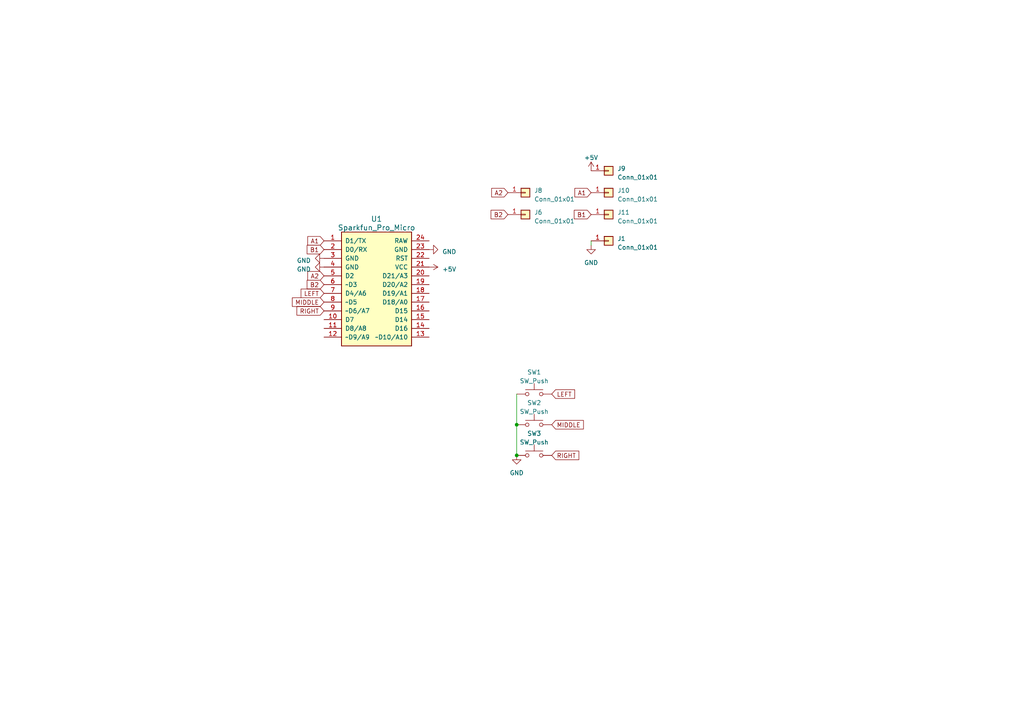
<source format=kicad_sch>
(kicad_sch (version 20230121) (generator eeschema)
  (paper "A4")
  (lib_symbols
    (symbol "Arduino:Sparkfun_Pro_Micro" (pin_names (offset 1.016))
      (property "Reference" "U" (at -8.89 21.59 0))
      (property "Value" "Sparkfun_Pro_Micro" (at 0 19.05 0))
      (symbol "Sparkfun_Pro_Micro_0_1"
        (rectangle (start -10.16 17.78) (end 10.16 -15.24) (stroke (width 0.254)) (fill (type background)))
      )
      (symbol "Sparkfun_Pro_Micro_1_1"
        (pin bidirectional line (at -15.24 15.24 0) (length 5.08) (name "D1/TX") (number "1"))
        (pin bidirectional line (at -15.24 -7.62 0) (length 5.08) (name "D7") (number "10"))
        (pin bidirectional line (at -15.24 -10.16 0) (length 5.08) (name "D8/A8") (number "11"))
        (pin bidirectional line (at -15.24 -12.7 0) (length 5.08) (name "~D9/A9") (number "12"))
        (pin bidirectional line (at 15.24 -12.7 180) (length 5.08) (name "~D10/A10") (number "13"))
        (pin bidirectional line (at 15.24 -10.16 180) (length 5.08) (name "D16") (number "14"))
        (pin bidirectional line (at 15.24 -7.62 180) (length 5.08) (name "D14") (number "15"))
        (pin bidirectional line (at 15.24 -5.08 180) (length 5.08) (name "D15") (number "16"))
        (pin bidirectional line (at 15.24 -2.54 180) (length 5.08) (name "D18/A0") (number "17"))
        (pin bidirectional line (at 15.24 0 180) (length 5.08) (name "D19/A1") (number "18"))
        (pin bidirectional line (at 15.24 2.54 180) (length 5.08) (name "D20/A2") (number "19"))
        (pin bidirectional line (at -15.24 12.7 0) (length 5.08) (name "D0/RX") (number "2"))
        (pin bidirectional line (at 15.24 5.08 180) (length 5.08) (name "D21/A3") (number "20"))
        (pin power_in line (at 15.24 7.62 180) (length 5.08) (name "VCC") (number "21"))
        (pin input line (at 15.24 10.16 180) (length 5.08) (name "RST") (number "22"))
        (pin power_in line (at 15.24 12.7 180) (length 5.08) (name "GND") (number "23"))
        (pin power_in line (at 15.24 15.24 180) (length 5.08) (name "RAW") (number "24"))
        (pin power_in line (at -15.24 10.16 0) (length 5.08) (name "GND") (number "3"))
        (pin power_in line (at -15.24 7.62 0) (length 5.08) (name "GND") (number "4"))
        (pin bidirectional line (at -15.24 5.08 0) (length 5.08) (name "D2") (number "5"))
        (pin bidirectional line (at -15.24 2.54 0) (length 5.08) (name "~D3") (number "6"))
        (pin bidirectional line (at -15.24 0 0) (length 5.08) (name "D4/A6") (number "7"))
        (pin bidirectional line (at -15.24 -2.54 0) (length 5.08) (name "~D5") (number "8"))
        (pin bidirectional line (at -15.24 -5.08 0) (length 5.08) (name "~D6/A7") (number "9"))
      )
    )
    (symbol "Connector_Generic:Conn_01x01" (pin_names (offset 1.016) hide)
      (property "Reference" "J" (at 0 2.54 0))
      (property "Value" "Conn_01x01" (at 0 -2.54 0))
      (symbol "Conn_01x01_1_1"
        (rectangle (start -1.27 0.127) (end 0 -0.127) (stroke (width 0.1524)))
        (rectangle (start -1.27 1.27) (end 1.27 -1.27) (stroke (width 0.254)) (fill (type background)))
        (pin passive line (at -5.08 0 0) (length 3.81) (name "Pin_1") (number "1"))
      )
    )
    (symbol "PCM_4ms_Power-symbol:+5V" (power) (pin_names (offset 0))
      (property "Value" "+5V" (at 0 3.556 0))
      (symbol "+5V_0_1"
        (polyline (pts (xy -0.762 1.27) (xy 0 2.54)))
        (polyline (pts (xy 0 0) (xy 0 2.54)))
        (polyline (pts (xy 0 2.54) (xy 0.762 1.27)))
      )
      (symbol "+5V_1_1"
        (pin power_in line (at 0 0 90) (length 0) hide (name "+5V") (number "1"))
      )
    )
    (symbol "PCM_4ms_Power-symbol:GND" (power) (pin_names (offset 0))
      (property "Value" "GND" (at 0 -3.81 0))
      (symbol "GND_0_1"
        (polyline (pts (xy 0 0) (xy 0 -1.27) (xy 1.27 -1.27) (xy 0 -2.54) (xy -1.27 -1.27) (xy 0 -1.27)))
      )
      (symbol "GND_1_1"
        (pin power_in line (at 0 0 270) (length 0) hide (name "GND") (number "1"))
      )
    )
    (symbol "Switch:SW_Push" (pin_numbers hide) (pin_names (offset 1.016) hide)
      (property "Reference" "SW" (at 1.27 2.54 0))
      (property "Value" "SW_Push" (at 0 -1.524 0))
      (symbol "SW_Push_0_1"
        (circle (center -2.032 0) (radius 0.508))
        (polyline (pts (xy 0 1.27) (xy 0 3.048)))
        (polyline (pts (xy 2.54 1.27) (xy -2.54 1.27)))
        (circle (center 2.032 0) (radius 0.508))
        (pin passive line (at -5.08 0 0) (length 2.54) (name "1") (number "1"))
        (pin passive line (at 5.08 0 180) (length 2.54) (name "2") (number "2"))
      )
    )
  )
  (junction (at 149.86 123.19))
  (junction (at 149.86 132.08))
  (wire (pts (xy 149.86 123.19) (xy 149.86 132.08)))
  (wire (pts (xy 149.86 114.3) (xy 149.86 123.19)))
  (wire (pts (xy 171.45 69.85) (xy 171.45 71.12)))
  (global_label "RIGHT" (shape input) (at 93.98 90.17 180) (property "Intersheetrefs" "${INTERSHEET_REFS}" (effects hide)))
  (global_label "MIDDLE" (shape input) (at 160.02 123.19 0) (property "Intersheetrefs" "${INTERSHEET_REFS}" (effects hide)))
  (global_label "B1" (shape input) (at 93.98 72.39 180) (property "Intersheetrefs" "${INTERSHEET_REFS}" (effects hide)))
  (global_label "A2" (shape input) (at 147.32 55.88 180) (property "Intersheetrefs" "${INTERSHEET_REFS}" (effects hide)))
  (global_label "RIGHT" (shape input) (at 160.02 132.08 0) (property "Intersheetrefs" "${INTERSHEET_REFS}" (effects hide)))
  (global_label "LEFT" (shape input) (at 160.02 114.3 0) (property "Intersheetrefs" "${INTERSHEET_REFS}" (effects hide)))
  (global_label "MIDDLE" (shape input) (at 93.98 87.63 180) (property "Intersheetrefs" "${INTERSHEET_REFS}" (effects hide)))
  (global_label "B1" (shape input) (at 171.45 62.23 180) (property "Intersheetrefs" "${INTERSHEET_REFS}" (effects hide)))
  (global_label "B2" (shape input) (at 147.32 62.23 180) (property "Intersheetrefs" "${INTERSHEET_REFS}" (effects hide)))
  (global_label "A2" (shape input) (at 93.98 80.01 180) (property "Intersheetrefs" "${INTERSHEET_REFS}" (effects hide)))
  (global_label "LEFT" (shape input) (at 93.98 85.09 180) (property "Intersheetrefs" "${INTERSHEET_REFS}" (effects hide)))
  (global_label "A1" (shape input) (at 93.98 69.85 180) (property "Intersheetrefs" "${INTERSHEET_REFS}" (effects hide)))
  (global_label "A1" (shape input) (at 171.45 55.88 180) (property "Intersheetrefs" "${INTERSHEET_REFS}" (effects hide)))
  (global_label "B2" (shape input) (at 93.98 82.55 180) (property "Intersheetrefs" "${INTERSHEET_REFS}" (effects hide)))
  (symbol (lib_id "Connector_Generic:Conn_01x01") (at 176.53 55.88 0) (unit 1)
    (property "Reference" "J10" (at 179.07 55.245 0) (effects (justify left)))
    (property "Value" "Conn_01x01" (at 179.07 57.785 0) (effects (justify left)))
    (property "Footprint" "Connector_Wire:SolderWire-0.5sqmm_1x01_D0.9mm_OD2.1mm_Relief" (effects hide))
  )
  (symbol (lib_id "PCM_4ms_Power-symbol:+5V") (at 124.46 77.47 270) (unit 1)
    (property "Reference" "#PWR010" (effects hide))
    (property "Value" "+5V" (at 128.27 78.105 90) (effects (justify left)))
  )
  (symbol (lib_id "PCM_4ms_Power-symbol:GND") (at 93.98 77.47 270) (unit 1)
    (property "Reference" "#PWR09" (effects hide))
    (property "Value" "GND" (at 90.17 78.105 90) (effects (justify right)))
  )
  (symbol (lib_id "PCM_4ms_Power-symbol:GND") (at 93.98 74.93 270) (unit 1)
    (property "Reference" "#PWR08" (effects hide))
    (property "Value" "GND" (at 90.17 75.565 90) (effects (justify right)))
  )
  (symbol (lib_id "Connector_Generic:Conn_01x01") (at 176.53 49.53 0) (unit 1)
    (property "Reference" "J9" (at 179.07 48.895 0) (effects (justify left)))
    (property "Value" "Conn_01x01" (at 179.07 51.435 0) (effects (justify left)))
    (property "Footprint" "Connector_Wire:SolderWire-0.5sqmm_1x01_D0.9mm_OD2.1mm_Relief" (effects hide))
  )
  (symbol (lib_id "Connector_Generic:Conn_01x01") (at 176.53 69.85 0) (unit 1)
    (property "Reference" "J1" (at 179.07 69.215 0) (effects (justify left)))
    (property "Value" "Conn_01x01" (at 179.07 71.755 0) (effects (justify left)))
    (property "Footprint" "Connector_Wire:SolderWire-0.5sqmm_1x01_D0.9mm_OD2.1mm_Relief" (effects hide))
  )
  (symbol (lib_id "Switch:SW_Push") (at 154.94 114.3 0) (unit 1)
    (property "Reference" "SW1" (at 154.94 107.95 0))
    (property "Value" "SW_Push" (at 154.94 110.49 0))
    (property "Footprint" "Button_Switch_Keyboard:SW_Cherry_MX_1.00u_PCB" (effects hide))
  )
  (symbol (lib_id "Arduino:Sparkfun_Pro_Micro") (at 109.22 85.09 0) (unit 1)
    (property "Reference" "U1" (at 109.22 63.5 0) (effects (font (size 1.524 1.524))))
    (property "Value" "Sparkfun_Pro_Micro" (at 109.22 66.04 0) (effects (font (size 1.524 1.524))))
    (property "Footprint" "Arduino:Sparkfun_Pro_Micro" (effects hide))
    (property "Datasheet" "https://www.sparkfun.com/products/12640" (effects hide))
  )
  (symbol (lib_id "Connector_Generic:Conn_01x01") (at 176.53 62.23 0) (unit 1)
    (property "Reference" "J11" (at 179.07 61.595 0) (effects (justify left)))
    (property "Value" "Conn_01x01" (at 179.07 64.135 0) (effects (justify left)))
    (property "Footprint" "Connector_Wire:SolderWire-0.5sqmm_1x01_D0.9mm_OD2.1mm_Relief" (effects hide))
  )
  (symbol (lib_id "Connector_Generic:Conn_01x01") (at 152.4 62.23 0) (unit 1)
    (property "Reference" "J6" (at 154.94 61.595 0) (effects (justify left)))
    (property "Value" "Conn_01x01" (at 154.94 64.135 0) (effects (justify left)))
    (property "Footprint" "Connector_Wire:SolderWire-0.5sqmm_1x01_D0.9mm_OD2.1mm_Relief" (effects hide))
  )
  (symbol (lib_id "PCM_4ms_Power-symbol:GND") (at 124.46 72.39 90) (unit 1)
    (property "Reference" "#PWR07" (effects hide))
    (property "Value" "GND" (at 128.27 73.025 90) (effects (justify right)))
  )
  (symbol (lib_id "Connector_Generic:Conn_01x01") (at 152.4 55.88 0) (unit 1)
    (property "Reference" "J8" (at 154.94 55.245 0) (effects (justify left)))
    (property "Value" "Conn_01x01" (at 154.94 57.785 0) (effects (justify left)))
    (property "Footprint" "Connector_Wire:SolderWire-0.5sqmm_1x01_D0.9mm_OD2.1mm_Relief" (effects hide))
  )
  (symbol (lib_id "PCM_4ms_Power-symbol:GND") (at 149.86 132.08 0) (unit 1)
    (property "Reference" "#PWR06" (effects hide))
    (property "Value" "GND" (at 149.86 137.16 0))
  )
  (symbol (lib_id "Switch:SW_Push") (at 154.94 123.19 0) (unit 1)
    (property "Reference" "SW2" (at 154.94 116.84 0))
    (property "Value" "SW_Push" (at 154.94 119.38 0))
    (property "Footprint" "Button_Switch_Keyboard:SW_Cherry_MX_1.00u_PCB" (effects hide))
  )
  (symbol (lib_id "Switch:SW_Push") (at 154.94 132.08 0) (unit 1)
    (property "Reference" "SW3" (at 154.94 125.73 0))
    (property "Value" "SW_Push" (at 154.94 128.27 0))
    (property "Footprint" "Button_Switch_Keyboard:SW_Cherry_MX_1.00u_PCB" (effects hide))
  )
  (symbol (lib_id "PCM_4ms_Power-symbol:+5V") (at 171.45 49.53 0) (unit 1)
    (property "Reference" "#PWR05" (effects hide))
    (property "Value" "+5V" (at 171.45 45.72 0))
  )
  (symbol (lib_id "PCM_4ms_Power-symbol:GND") (at 171.45 71.12 0) (unit 1)
    (property "Reference" "#PWR01" (effects hide))
    (property "Value" "GND" (at 171.45 76.2 0))
  )
)
</source>
